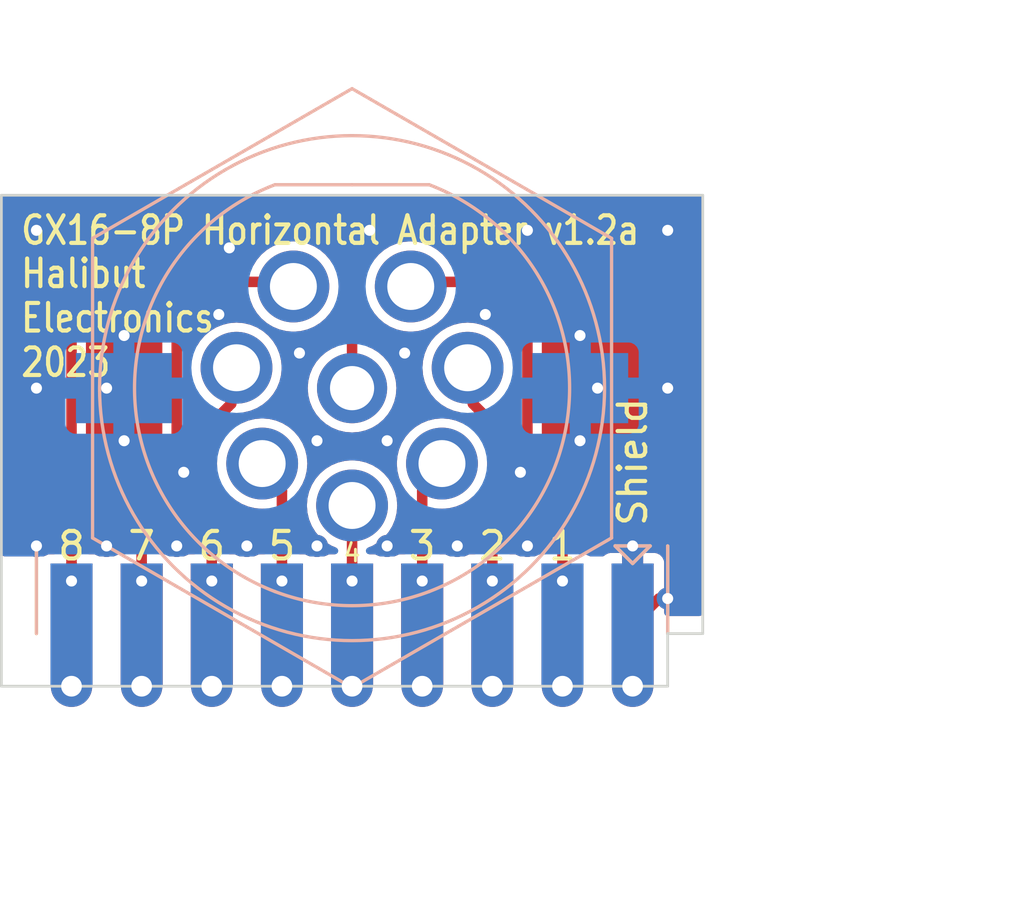
<source format=kicad_pcb>
(kicad_pcb (version 20221018) (generator pcbnew)
  (layers (0 "F.Cu" signal) (31 "B.Cu" signal) (34 "B.Paste" user) (35 "F.Paste" user) (36 "B.SilkS" user "B.Silkscreen") (37 "F.SilkS" user "F.Silkscreen") (38 "B.Mask" user) (39 "F.Mask" user) (44 "Edge.Cuts" user))
  (net 0 "")
  (net 1 "GND")
  (net 2 "Net-(J1-Pin_1)")
  (net 3 "Net-(J1-Pin_2)")
  (net 4 "Net-(J1-Pin_3)")
  (net 5 "Net-(J1-Pin_4)")
  (net 6 "Net-(J1-Pin_5)")
  (net 7 "Net-(J1-Pin_6)")
  (net 8 "Net-(J1-Pin_7)")
  (net 9 "Net-(J1-Pin_8)")
  (footprint "Libraries:Conn_B2B-RA_2.54mm_ThroughPads_9pin_RtoL" (layer "F.Cu") (at 127 72.39)
    (fp_text reference "J3" hide)
    (fp_text value "Board Header RtoL")
    (fp_line (start -11.43 0) (end -11.43 -3.175) (stroke (width 0.12)) (layer "F.SilkS"))
    (fp_line (start 9.525 -3.175) (end 10.16 -2.54) (stroke (width 0.12)) (layer "F.SilkS"))
    (fp_line (start 10.16 -2.54) (end 10.795 -3.175) (stroke (width 0.12)) (layer "F.SilkS"))
    (fp_line (start 10.795 -3.175) (end 9.525 -3.175) (stroke (width 0.12)) (layer "F.SilkS"))
    (fp_line (start 11.43 0) (end 11.43 -3.175) (stroke (width 0.12)) (layer "F.SilkS"))
    (pad "1" smd rect (at 10.16 -0.3175) (size 1.524 4.445) (layers "F.Cu" "F.Paste" "F.Mask") (net 1 "GND"))
    (pad "2" smd rect (at 7.62 -0.3175) (size 1.524 4.445) (layers "F.Cu" "F.Paste" "F.Mask") (net 2 "Net-(J1-Pin_1)"))
    (pad "3" smd rect (at 5.08 -0.3175) (size 1.524 4.445) (layers "F.Cu" "F.Paste" "F.Mask") (net 3 "Net-(J1-Pin_2)"))
    (pad "4" smd rect (at 2.54 -0.3175) (size 1.524 4.445) (layers "F.Cu" "F.Paste" "F.Mask") (net 4 "Net-(J1-Pin_3)"))
    (pad "5" smd rect (at 0 -0.3175) (size 1.524 4.445) (layers "F.Cu" "F.Paste" "F.Mask") (net 5 "Net-(J1-Pin_4)"))
    (pad "6" smd rect (at -2.54 -0.3175) (size 1.524 4.445) (layers "F.Cu" "F.Paste" "F.Mask") (net 6 "Net-(J1-Pin_5)"))
    (pad "7" smd rect (at -5.08 -0.3175) (size 1.524 4.445) (layers "F.Cu" "F.Paste" "F.Mask") (net 7 "Net-(J1-Pin_6)"))
    (pad "8" smd rect (at -7.62 -0.3175) (size 1.524 4.445) (layers "F.Cu" "F.Paste" "F.Mask") (net 8 "Net-(J1-Pin_7)"))
    (pad "9" smd rect (at -10.16 -0.3175) (size 1.524 4.445) (layers "F.Cu" "F.Paste" "F.Mask") (net 9 "Net-(J1-Pin_8)"))
  )
  (footprint "Libraries:Conn_GX16-8_8pin_Aviation" (layer "B.Cu") (at 127 63.5 180)
    (fp_text reference "J1" hide)
    (fp_text value "GX16")
    (fp_line (start -9.398 -5.42544) (end -9.398 5.42544) (stroke (width 0.12)) (layer "B.SilkS"))
    (fp_line (start -9.398 -5.42544) (end 0 -10.8458) (stroke (width 0.12)) (layer "B.SilkS"))
    (fp_line (start 0 -10.8458) (end 9.398 -5.42544) (stroke (width 0.12)) (layer "B.SilkS"))
    (fp_line (start 0 7.366) (end -2.794 7.366) (stroke (width 0.12)) (layer "B.SilkS"))
    (fp_line (start 0 7.366) (end 2.794 7.366) (stroke (width 0.12)) (layer "B.SilkS"))
    (fp_line (start 0 10.8458) (end -9.398 5.42544) (stroke (width 0.12)) (layer "B.SilkS"))
    (fp_line (start 0 10.8458) (end 9.398 5.42544) (stroke (width 0.12)) (layer "B.SilkS"))
    (fp_line (start 9.398 -5.42544) (end 9.398 5.42544) (stroke (width 0.12)) (layer "B.SilkS"))
    (fp_arc (start -2.794 -7.365998) (mid 0 -7.878094) (end 2.794 -7.365998) (stroke (width 0.12)) (layer "B.SilkS"))
    (fp_arc (start -2.794 7.365999) (mid -7.878095 0) (end -2.794 -7.365999) (stroke (width 0.12)) (layer "B.SilkS"))
    (fp_arc (start 2.794 -7.365999) (mid 7.878095 0) (end 2.794 7.365999) (stroke (width 0.12)) (layer "B.SilkS"))
    (fp_circle (center 0 0) (end 9.144 0) (stroke (width 0.12)) (fill none) (layer "B.SilkS"))
    (pad "1" thru_hole circle (at -2.125 3.681 180) (size 2.6 2.6) (drill 1.7) (layers "*.Cu" "*.Mask") (net 2 "Net-(J1-Pin_1)"))
    (pad "2" thru_hole circle (at -4.185 0.738 180) (size 2.6 2.6) (drill 1.7) (layers "*.Cu" "*.Mask") (net 3 "Net-(J1-Pin_2)"))
    (pad "3" thru_hole circle (at -3.256 -2.732 180) (size 2.6 2.6) (drill 1.7) (layers "*.Cu" "*.Mask") (net 4 "Net-(J1-Pin_3)"))
    (pad "4" thru_hole circle (at 0 -4.25 180) (size 2.6 2.6) (drill 1.7) (layers "*.Cu" "*.Mask") (net 5 "Net-(J1-Pin_4)"))
    (pad "5" thru_hole circle (at 3.256 -2.732 180) (size 2.6 2.6) (drill 1.7) (layers "*.Cu" "*.Mask") (net 6 "Net-(J1-Pin_5)"))
    (pad "6" thru_hole circle (at 4.185 0.738 180) (size 2.6 2.6) (drill 1.7) (layers "*.Cu" "*.Mask") (net 7 "Net-(J1-Pin_6)"))
    (pad "7" thru_hole circle (at 2.125 3.681 180) (size 2.6 2.6) (drill 1.7) (layers "*.Cu" "*.Mask") (net 8 "Net-(J1-Pin_7)"))
    (pad "8" thru_hole circle (at 0 0 180) (size 2.54 2.54) (drill 1.6) (layers "*.Cu" "*.Mask") (net 9 "Net-(J1-Pin_8)"))
    (pad "MP" smd rect (at -8.265 0 180) (size 3.47 2.54) (layers "B.Cu" "B.Paste" "B.Mask") (net 1 "GND"))
    (pad "MP" smd rect (at 8.265 0 180) (size 3.47 2.54) (layers "B.Cu" "B.Paste" "B.Mask") (net 1 "GND"))
  )
  (footprint "Libraries:Conn_B2B-RA_2.54mm_ThroughPads_9pin_LtoR" (layer "B.Cu") (at 127 72.39 180)
    (fp_text reference "J2" hide)
    (fp_text value "Board Header LtoR")
    (fp_line (start -11.43 0) (end -11.43 3.175) (stroke (width 0.12)) (layer "B.SilkS"))
    (fp_line (start -10.795 3.175) (end -10.16 2.54) (stroke (width 0.12)) (layer "B.SilkS"))
    (fp_line (start -10.16 2.54) (end -9.525 3.175) (stroke (width 0.12)) (layer "B.SilkS"))
    (fp_line (start -9.525 3.175) (end -10.795 3.175) (stroke (width 0.12)) (layer "B.SilkS"))
    (fp_line (start 11.43 0) (end 11.43 3.175) (stroke (width 0.12)) (layer "B.SilkS"))
    (pad "1" smd rect (at -10.16 0.3175 180) (size 1.524 4.445) (layers "B.Cu" "B.Paste" "B.Mask") (net 1 "GND"))
    (pad "2" smd rect (at -7.62 0.3175 180) (size 1.524 4.445) (layers "B.Cu" "B.Paste" "B.Mask") (net 2 "Net-(J1-Pin_1)"))
    (pad "3" smd rect (at -5.08 0.3175 180) (size 1.524 4.445) (layers "B.Cu" "B.Paste" "B.Mask") (net 3 "Net-(J1-Pin_2)"))
    (pad "4" smd rect (at -2.54 0.3175 180) (size 1.524 4.445) (layers "B.Cu" "B.Paste" "B.Mask") (net 4 "Net-(J1-Pin_3)"))
    (pad "5" smd rect (at 0 0.3175 180) (size 1.524 4.445) (layers "B.Cu" "B.Paste" "B.Mask") (net 5 "Net-(J1-Pin_4)"))
    (pad "6" smd rect (at 2.54 0.3175 180) (size 1.524 4.445) (layers "B.Cu" "B.Paste" "B.Mask") (net 6 "Net-(J1-Pin_5)"))
    (pad "7" smd rect (at 5.08 0.3175 180) (size 1.524 4.445) (layers "B.Cu" "B.Paste" "B.Mask") (net 7 "Net-(J1-Pin_6)"))
    (pad "8" smd rect (at 7.62 0.3175 180) (size 1.524 4.445) (layers "B.Cu" "B.Paste" "B.Mask") (net 8 "Net-(J1-Pin_7)"))
    (pad "9" smd rect (at 10.16 0.3175 180) (size 1.524 4.445) (layers "B.Cu" "B.Paste" "B.Mask") (net 9 "Net-(J1-Pin_8)"))
  )
  (gr_line (start 114.3 74.295) (end 114.3 56.515) (stroke (width 0.1)) (layer "Edge.Cuts"))
  (gr_line (start 139.7 56.515) (end 139.7 72.39) (stroke (width 0.1)) (layer "Edge.Cuts"))
  (gr_line (start 138.43 72.39) (end 138.43 74.295) (stroke (width 0.1)) (layer "Edge.Cuts"))
  (gr_line (start 138.43 74.295) (end 114.3 74.295) (stroke (width 0.1)) (layer "Edge.Cuts"))
  (gr_line (start 139.7 72.39) (end 138.43 72.39) (stroke (width 0.1)) (layer "Edge.Cuts"))
  (gr_line (start 114.3 56.515) (end 139.7 56.515) (stroke (width 0.1)) (layer "Edge.Cuts"))
  (gr_text "Shield" (at 137.16 68.58 90) (layer "F.SilkS") (effects (font (size 1 1)) (justify left)))
  (gr_text "7" (at 119.38 69.215) (layer "F.SilkS") (effects (font (size 1 1))))
  (gr_text "1" (at 134.62 69.215) (layer "F.SilkS") (effects (font (size 1 1))))
  (gr_text "GX16-8P Horizontal Adapter v1.2a\n" (at 114.935 57.785) (layer "F.SilkS") (effects (font (size 1 0.8382)) (justify left)))
  (gr_text "Halibut\nElectronics\n2023" (at 114.935 60.96) (layer "F.SilkS") (effects (font (size 1 0.8382)) (justify left)))
  (gr_text "4" (at 127 69.469) (layer "F.SilkS") (effects (font (size 0.635 0.635) (thickness 0.1016))))
  (gr_text "5" (at 124.46 69.215) (layer "F.SilkS") (effects (font (size 1 1))))
  (gr_text "8" (at 116.84 69.215) (layer "F.SilkS") (effects (font (size 1 1))))
  (gr_text "6" (at 121.92 69.215) (layer "F.SilkS") (effects (font (size 1 1))))
  (gr_text "3" (at 129.54 69.215) (layer "F.SilkS") (effects (font (size 1 1))))
  (gr_text "2" (at 132.08 69.215) (layer "F.SilkS") (effects (font (size 1 1))))
  (segment (start 138.1125 71.12) (end 137.16 72.0725) (width 0.381) (layer "F.Cu") (net 1))
  (segment (start 138.43 71.12) (end 138.1125 71.12) (width 0.381) (layer "F.Cu") (net 1))
  (via (at 115.57 57.785) (size 0.8) (drill 0.4) (layers "F.Cu" "B.Cu") (net 1))
  (via (at 128.27 65.405) (size 0.8) (drill 0.4) (layers "F.Cu" "B.Cu") (net 1))
  (via (at 118.11 69.215) (size 0.8) (drill 0.4) (layers "F.Cu" "B.Cu") (net 1))
  (via (at 127.635 57.785) (size 0.8) (drill 0.4) (layers "F.Cu" "B.Cu") (net 1))
  (via (at 123.19 69.215) (size 0.8) (drill 0.4) (layers "F.Cu" "B.Cu") (net 1))
  (via (at 137.16 69.215) (size 0.8) (drill 0.4) (layers "F.Cu" "B.Cu") (net 1))
  (via (at 135.89 63.5) (size 0.8) (drill 0.4) (layers "F.Cu" "B.Cu") (net 1))
  (via (at 138.43 63.5) (size 0.8) (drill 0.4) (layers "F.Cu" "B.Cu") (net 1))
  (via (at 120.65 69.215) (size 0.8) (drill 0.4) (layers "F.Cu" "B.Cu") (net 1))
  (via (at 118.745 65.405) (size 0.8) (drill 0.4) (layers "F.Cu" "B.Cu") (net 1))
  (via (at 133.35 69.215) (size 0.8) (drill 0.4) (layers "F.Cu" "B.Cu") (net 1))
  (via (at 138.43 57.785) (size 0.8) (drill 0.4) (layers "F.Cu" "B.Cu") (net 1))
  (via (at 135.255 65.405) (size 0.8) (drill 0.4) (layers "F.Cu" "B.Cu") (net 1))
  (via (at 118.745 61.595) (size 0.8) (drill 0.4) (layers "F.Cu" "B.Cu") (net 1))
  (via (at 128.27 69.215) (size 0.8) (drill 0.4) (layers "F.Cu" "B.Cu") (net 1))
  (via (at 133.35 57.785) (size 0.8) (drill 0.4) (layers "F.Cu" "B.Cu") (net 1))
  (via (at 118.11 63.5) (size 0.8) (drill 0.4) (layers "F.Cu" "B.Cu") (net 1))
  (via (at 130.81 69.215) (size 0.8) (drill 0.4) (layers "F.Cu" "B.Cu") (net 1))
  (via (at 122.555 58.42) (size 0.8) (drill 0.4) (layers "F.Cu" "B.Cu") (net 1))
  (via (at 135.255 61.595) (size 0.8) (drill 0.4) (layers "F.Cu" "B.Cu") (net 1))
  (via (at 125.095 62.23) (size 0.8) (drill 0.4) (layers "F.Cu" "B.Cu") (net 1))
  (via (at 125.73 69.215) (size 0.8) (drill 0.4) (layers "F.Cu" "B.Cu") (net 1))
  (via (at 128.905 62.23) (size 0.8) (drill 0.4) (layers "F.Cu" "B.Cu") (net 1))
  (via (at 131.826 60.833) (size 0.8) (drill 0.4) (layers "F.Cu" "B.Cu") (net 1))
  (via (at 137.16 74.295) (size 1.5) (drill 0.75) (layers "F.Cu" "B.Cu") (net 1))
  (via (at 138.43 71.12) (size 0.8) (drill 0.4) (layers "F.Cu" "B.Cu") (net 1))
  (via (at 125.73 65.405) (size 0.8) (drill 0.4) (layers "F.Cu" "B.Cu") (net 1))
  (via (at 133.096 66.548) (size 0.8) (drill 0.4) (layers "F.Cu" "B.Cu") (net 1))
  (via (at 122.174 60.833) (size 0.8) (drill 0.4) (layers "F.Cu" "B.Cu") (net 1))
  (via (at 115.57 63.5) (size 0.8) (drill 0.4) (layers "F.Cu" "B.Cu") (net 1))
  (via (at 115.57 69.215) (size 0.8) (drill 0.4) (layers "F.Cu" "B.Cu") (net 1))
  (via (at 120.904 66.548) (size 0.8) (drill 0.4) (layers "F.Cu" "B.Cu") (net 1))
  (segment (start 133.35 60.96) (end 133.35 65.405) (width 0.381) (layer "F.Cu") (net 2))
  (segment (start 134.62 69.85) (end 134.62 71.755) (width 0.381) (layer "F.Cu") (net 2))
  (segment (start 132.0419 59.6519) (end 133.35 60.96) (width 0.381) (layer "F.Cu") (net 2))
  (segment (start 134.62 66.675) (end 134.62 69.85) (width 0.381) (layer "F.Cu") (net 2))
  (segment (start 133.35 65.405) (end 134.62 66.675) (width 0.381) (layer "F.Cu") (net 2))
  (segment (start 129.2225 59.6519) (end 132.0419 59.6519) (width 0.381) (layer "F.Cu") (net 2))
  (via (at 134.62 74.295) (size 1.5) (drill 0.75) (layers "F.Cu" "B.Cu") (net 2))
  (via (at 134.62 70.485) (size 0.8) (drill 0.4) (layers "F.Cu" "B.Cu") (net 2))
  (segment (start 131.37642 64.06642) (end 132.08 64.77) (width 0.381) (layer "F.Cu") (net 3))
  (segment (start 132.08 64.77) (end 132.08 69.85) (width 0.381) (layer "F.Cu") (net 3))
  (segment (start 132.08 69.85) (end 132.08 71.755) (width 0.381) (layer "F.Cu") (net 3))
  (segment (start 131.37642 62.72784) (end 131.37642 64.06642) (width 0.381) (layer "F.Cu") (net 3))
  (via (at 132.08 74.295) (size 1.5) (drill 0.75) (layers "F.Cu" "B.Cu") (net 3))
  (via (at 132.08 70.485) (size 0.8) (drill 0.4) (layers "F.Cu" "B.Cu") (net 3))
  (segment (start 129.54 69.85) (end 129.54 67.2211) (width 0.381) (layer "F.Cu") (net 4))
  (segment (start 129.54 71.755) (end 129.54 69.85) (width 0.381) (layer "F.Cu") (net 4))
  (segment (start 129.54 67.2211) (end 130.4036 66.3575) (width 0.381) (layer "F.Cu") (net 4))
  (via (at 129.54 70.485) (size 0.8) (drill 0.4) (layers "F.Cu" "B.Cu") (net 4))
  (via (at 129.54 74.295) (size 1.5) (drill 0.75) (layers "F.Cu" "B.Cu") (net 4))
  (segment (start 127 67.945) (end 127 69.85) (width 0.381) (layer "F.Cu") (net 5))
  (segment (start 127 69.85) (end 127 71.755) (width 0.381) (layer "F.Cu") (net 5))
  (via (at 127 74.295) (size 1.5) (drill 0.75) (layers "F.Cu" "B.Cu") (net 5))
  (via (at 127 70.485) (size 0.8) (drill 0.4) (layers "F.Cu" "B.Cu") (net 5))
  (segment (start 124.46 69.85) (end 124.46 67.2211) (width 0.381) (layer "F.Cu") (net 6))
  (segment (start 124.46 67.2211) (end 123.5964 66.3575) (width 0.381) (layer "F.Cu") (net 6))
  (segment (start 124.46 71.755) (end 124.46 69.85) (width 0.381) (layer "F.Cu") (net 6))
  (via (at 124.46 70.485) (size 0.8) (drill 0.4) (layers "F.Cu" "B.Cu") (net 6))
  (via (at 124.46 74.295) (size 1.5) (drill 0.75) (layers "F.Cu" "B.Cu") (net 6))
  (segment (start 121.92 64.77) (end 121.92 69.85) (width 0.381) (layer "F.Cu") (net 7))
  (segment (start 122.62358 62.72784) (end 122.62358 64.06642) (width 0.381) (layer "F.Cu") (net 7))
  (segment (start 121.92 69.85) (end 121.92 71.755) (width 0.381) (layer "F.Cu") (net 7))
  (segment (start 122.62358 64.06642) (end 121.92 64.77) (width 0.381) (layer "F.Cu") (net 7))
  (via (at 121.92 70.485) (size 0.8) (drill 0.4) (layers "F.Cu" "B.Cu") (net 7))
  (via (at 121.92 74.295) (size 1.5) (drill 0.75) (layers "F.Cu" "B.Cu") (net 7))
  (segment (start 124.7775 59.6519) (end 121.9581 59.6519) (width 0.381) (layer "F.Cu") (net 8))
  (segment (start 120.65 60.96) (end 120.65 65.405) (width 0.381) (layer "F.Cu") (net 8))
  (segment (start 119.38 66.675) (end 119.38 69.85) (width 0.381) (layer "F.Cu") (net 8))
  (segment (start 119.38 69.85) (end 119.38 71.755) (width 0.381) (layer "F.Cu") (net 8))
  (segment (start 120.65 65.405) (end 119.38 66.675) (width 0.381) (layer "F.Cu") (net 8))
  (segment (start 121.9581 59.6519) (end 120.65 60.96) (width 0.381) (layer "F.Cu") (net 8))
  (via (at 119.38 70.485) (size 0.8) (drill 0.4) (layers "F.Cu" "B.Cu") (net 8))
  (via (at 119.38 74.295) (size 1.5) (drill 0.75) (layers "F.Cu" "B.Cu") (net 8))
  (segment (start 116.84 60.325) (end 116.84 69.85) (width 0.381) (layer "F.Cu") (net 9))
  (segment (start 120.015 57.15) (end 116.84 60.325) (width 0.381) (layer "F.Cu") (net 9))
  (segment (start 127 63.5) (end 127 58.42) (width 0.381) (layer "F.Cu") (net 9))
  (segment (start 125.73 57.15) (end 120.015 57.15) (width 0.381) (layer "F.Cu") (net 9))
  (segment (start 116.84 69.85) (end 116.84 71.755) (width 0.381) (layer "F.Cu") (net 9))
  (segment (start 127 58.42) (end 125.73 57.15) (width 0.381) (layer "F.Cu") (net 9))
  (via (at 116.84 74.295) (size 1.5) (drill 0.75) (layers "F.Cu" "B.Cu") (net 9))
  (via (at 116.84 70.485) (size 0.8) (drill 0.4) (layers "F.Cu" "B.Cu") (net 9))
  (zone (net 1) (net_name "GND") (layers "F&B.Cu") (connect_pads (clearance 0.3302)) (min_thickness 0.254) (fill yes (thermal_gap 0.381) (thermal_bridge_width 0.762))
    (polygon (pts (xy 139.7 71.755) (xy 136.525 71.755) (xy 136.525 69.596) (xy 114.3 69.596) (xy 114.3 53.34) (xy 139.7 53.34)))
  )
)
</source>
